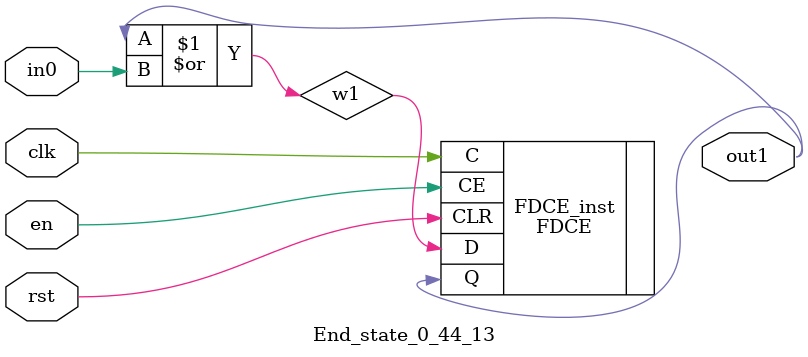
<source format=v>
module engine_0_44(out,clk,sod,en, in_103, in_104, in_12, in_13, in_20, in_28, in_57, in_74, in_78);
//pcre: /\.php\x3fw\x3d\d+\x26n\x3d\d+/U
//block char: h[0], w[0], \x2E[8], \d[5], =[0], \x3F[8], \x26[8], n[0], p[0], 

	input clk,sod,en;

	input in_103, in_104, in_12, in_13, in_20, in_28, in_57, in_74, in_78;
	output out;

	assign w0 = 1'b1;
	state_0_44_1 BlockState_0_44_1 (w1,in_12,clk,en,sod,w0);
	state_0_44_2 BlockState_0_44_2 (w2,in_78,clk,en,sod,w1);
	state_0_44_3 BlockState_0_44_3 (w3,in_103,clk,en,sod,w2);
	state_0_44_4 BlockState_0_44_4 (w4,in_78,clk,en,sod,w3);
	state_0_44_5 BlockState_0_44_5 (w5,in_28,clk,en,sod,w4);
	state_0_44_6 BlockState_0_44_6 (w6,in_104,clk,en,sod,w5);
	state_0_44_7 BlockState_0_44_7 (w7,in_20,clk,en,sod,w6);
	state_0_44_8 BlockState_0_44_8 (w8,in_13,clk,en,sod,w8,w7);
	state_0_44_9 BlockState_0_44_9 (w9,in_57,clk,en,sod,w8);
	state_0_44_10 BlockState_0_44_10 (w10,in_74,clk,en,sod,w9);
	state_0_44_11 BlockState_0_44_11 (w11,in_20,clk,en,sod,w10);
	state_0_44_12 BlockState_0_44_12 (w12,in_13,clk,en,sod,w12,w11);
	End_state_0_44_13 BlockState_0_44_13 (out,clk,en,sod,w12);
endmodule

module state_0_44_1(out1,in_char,clk,en,rst,in0);
	input in_char,clk,en,rst,in0;
	output out1;
	wire w1,w2;
	assign w1 = in0; 
	and(w2,in_char,w1);
	FDCE #(.INIT(1'b0)) FDCE_inst (
		.Q(out1),
		.C(clk),
		.CE(en),
		.CLR(rst),
		.D(w2)
);
endmodule

module state_0_44_2(out1,in_char,clk,en,rst,in0);
	input in_char,clk,en,rst,in0;
	output out1;
	wire w1,w2;
	assign w1 = in0; 
	and(w2,in_char,w1);
	FDCE #(.INIT(1'b0)) FDCE_inst (
		.Q(out1),
		.C(clk),
		.CE(en),
		.CLR(rst),
		.D(w2)
);
endmodule

module state_0_44_3(out1,in_char,clk,en,rst,in0);
	input in_char,clk,en,rst,in0;
	output out1;
	wire w1,w2;
	assign w1 = in0; 
	and(w2,in_char,w1);
	FDCE #(.INIT(1'b0)) FDCE_inst (
		.Q(out1),
		.C(clk),
		.CE(en),
		.CLR(rst),
		.D(w2)
);
endmodule

module state_0_44_4(out1,in_char,clk,en,rst,in0);
	input in_char,clk,en,rst,in0;
	output out1;
	wire w1,w2;
	assign w1 = in0; 
	and(w2,in_char,w1);
	FDCE #(.INIT(1'b0)) FDCE_inst (
		.Q(out1),
		.C(clk),
		.CE(en),
		.CLR(rst),
		.D(w2)
);
endmodule

module state_0_44_5(out1,in_char,clk,en,rst,in0);
	input in_char,clk,en,rst,in0;
	output out1;
	wire w1,w2;
	assign w1 = in0; 
	and(w2,in_char,w1);
	FDCE #(.INIT(1'b0)) FDCE_inst (
		.Q(out1),
		.C(clk),
		.CE(en),
		.CLR(rst),
		.D(w2)
);
endmodule

module state_0_44_6(out1,in_char,clk,en,rst,in0);
	input in_char,clk,en,rst,in0;
	output out1;
	wire w1,w2;
	assign w1 = in0; 
	and(w2,in_char,w1);
	FDCE #(.INIT(1'b0)) FDCE_inst (
		.Q(out1),
		.C(clk),
		.CE(en),
		.CLR(rst),
		.D(w2)
);
endmodule

module state_0_44_7(out1,in_char,clk,en,rst,in0);
	input in_char,clk,en,rst,in0;
	output out1;
	wire w1,w2;
	assign w1 = in0; 
	and(w2,in_char,w1);
	FDCE #(.INIT(1'b0)) FDCE_inst (
		.Q(out1),
		.C(clk),
		.CE(en),
		.CLR(rst),
		.D(w2)
);
endmodule

module state_0_44_8(out1,in_char,clk,en,rst,in0,in1);
	input in_char,clk,en,rst,in0,in1;
	output out1;
	wire w1,w2;
	or(w1,in0,in1);
	and(w2,in_char,w1);
	FDCE #(.INIT(1'b0)) FDCE_inst (
		.Q(out1),
		.C(clk),
		.CE(en),
		.CLR(rst),
		.D(w2)
);
endmodule

module state_0_44_9(out1,in_char,clk,en,rst,in0);
	input in_char,clk,en,rst,in0;
	output out1;
	wire w1,w2;
	assign w1 = in0; 
	and(w2,in_char,w1);
	FDCE #(.INIT(1'b0)) FDCE_inst (
		.Q(out1),
		.C(clk),
		.CE(en),
		.CLR(rst),
		.D(w2)
);
endmodule

module state_0_44_10(out1,in_char,clk,en,rst,in0);
	input in_char,clk,en,rst,in0;
	output out1;
	wire w1,w2;
	assign w1 = in0; 
	and(w2,in_char,w1);
	FDCE #(.INIT(1'b0)) FDCE_inst (
		.Q(out1),
		.C(clk),
		.CE(en),
		.CLR(rst),
		.D(w2)
);
endmodule

module state_0_44_11(out1,in_char,clk,en,rst,in0);
	input in_char,clk,en,rst,in0;
	output out1;
	wire w1,w2;
	assign w1 = in0; 
	and(w2,in_char,w1);
	FDCE #(.INIT(1'b0)) FDCE_inst (
		.Q(out1),
		.C(clk),
		.CE(en),
		.CLR(rst),
		.D(w2)
);
endmodule

module state_0_44_12(out1,in_char,clk,en,rst,in0,in1);
	input in_char,clk,en,rst,in0,in1;
	output out1;
	wire w1,w2;
	or(w1,in0,in1);
	and(w2,in_char,w1);
	FDCE #(.INIT(1'b0)) FDCE_inst (
		.Q(out1),
		.C(clk),
		.CE(en),
		.CLR(rst),
		.D(w2)
);
endmodule

module End_state_0_44_13(out1,clk,en,rst,in0);
	input clk,rst,en,in0;
	output out1;
	wire w1;
	or(w1,out1,in0);
	FDCE #(.INIT(1'b0)) FDCE_inst (
		.Q(out1),
		.C(clk),
		.CE(en),
		.CLR(rst),
		.D(w1)
);
endmodule


</source>
